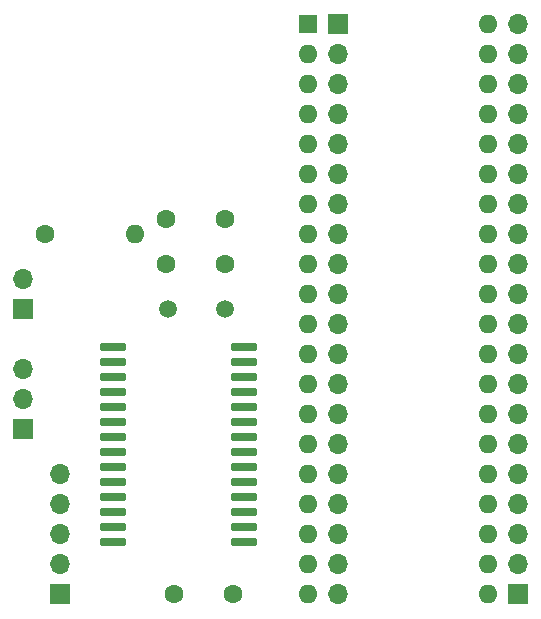
<source format=gbs>
%TF.GenerationSoftware,KiCad,Pcbnew,8.0.3+1*%
%TF.CreationDate,2024-07-30T19:41:34+02:00*%
%TF.ProjectId,QL_diren_keyboard_adapter,514c5f64-6972-4656-9e5f-6b6579626f61,rev?*%
%TF.SameCoordinates,Original*%
%TF.FileFunction,Soldermask,Bot*%
%TF.FilePolarity,Negative*%
%FSLAX46Y46*%
G04 Gerber Fmt 4.6, Leading zero omitted, Abs format (unit mm)*
G04 Created by KiCad (PCBNEW 8.0.3+1) date 2024-07-30 19:41:34*
%MOMM*%
%LPD*%
G01*
G04 APERTURE LIST*
G04 Aperture macros list*
%AMRoundRect*
0 Rectangle with rounded corners*
0 $1 Rounding radius*
0 $2 $3 $4 $5 $6 $7 $8 $9 X,Y pos of 4 corners*
0 Add a 4 corners polygon primitive as box body*
4,1,4,$2,$3,$4,$5,$6,$7,$8,$9,$2,$3,0*
0 Add four circle primitives for the rounded corners*
1,1,$1+$1,$2,$3*
1,1,$1+$1,$4,$5*
1,1,$1+$1,$6,$7*
1,1,$1+$1,$8,$9*
0 Add four rect primitives between the rounded corners*
20,1,$1+$1,$2,$3,$4,$5,0*
20,1,$1+$1,$4,$5,$6,$7,0*
20,1,$1+$1,$6,$7,$8,$9,0*
20,1,$1+$1,$8,$9,$2,$3,0*%
G04 Aperture macros list end*
%ADD10R,1.600000X1.600000*%
%ADD11O,1.600000X1.600000*%
%ADD12R,1.700000X1.700000*%
%ADD13O,1.700000X1.700000*%
%ADD14C,1.600000*%
%ADD15C,1.500000*%
%ADD16RoundRect,0.150000X-0.987500X-0.150000X0.987500X-0.150000X0.987500X0.150000X-0.987500X0.150000X0*%
G04 APERTURE END LIST*
D10*
%TO.C,U1*%
X101600000Y-63500000D03*
D11*
X101600000Y-66040000D03*
X101600000Y-68580000D03*
X101600000Y-71120000D03*
X101600000Y-73660000D03*
X101600000Y-76200000D03*
X101600000Y-78740000D03*
X101600000Y-81280000D03*
X101600000Y-83820000D03*
X101600000Y-86360000D03*
X101600000Y-88900000D03*
X101600000Y-91440000D03*
X101600000Y-93980000D03*
X101600000Y-96520000D03*
X101600000Y-99060000D03*
X101600000Y-101600000D03*
X101600000Y-104140000D03*
X101600000Y-106680000D03*
X101600000Y-109220000D03*
X101600000Y-111760000D03*
X116840000Y-111760000D03*
X116840000Y-109220000D03*
X116840000Y-106680000D03*
X116840000Y-104140000D03*
X116840000Y-101600000D03*
X116840000Y-99060000D03*
X116840000Y-96520000D03*
X116840000Y-93980000D03*
X116840000Y-91440000D03*
X116840000Y-88900000D03*
X116840000Y-86360000D03*
X116840000Y-83820000D03*
X116840000Y-81280000D03*
X116840000Y-78740000D03*
X116840000Y-76200000D03*
X116840000Y-73660000D03*
X116840000Y-71120000D03*
X116840000Y-68580000D03*
X116840000Y-66040000D03*
X116840000Y-63500000D03*
%TD*%
D12*
%TO.C,J5*%
X77470000Y-97790000D03*
D13*
X77470000Y-95250000D03*
X77470000Y-92710000D03*
%TD*%
D14*
%TO.C,C2*%
X94615000Y-80010000D03*
X89615000Y-80010000D03*
%TD*%
%TO.C,C1*%
X94615000Y-83820000D03*
X89615000Y-83820000D03*
%TD*%
%TO.C,C3*%
X90250000Y-111760000D03*
X95250000Y-111760000D03*
%TD*%
D15*
%TO.C,Y1*%
X89715000Y-87600000D03*
X94615000Y-87600000D03*
%TD*%
D12*
%TO.C,J4*%
X77470000Y-87630000D03*
D13*
X77470000Y-85090000D03*
%TD*%
D11*
%TO.C,R1*%
X86995000Y-81280000D03*
D14*
X79375000Y-81280000D03*
%TD*%
D12*
%TO.C,J3*%
X80645000Y-111760000D03*
D13*
X80645000Y-109220000D03*
X80645000Y-106680000D03*
X80645000Y-104140000D03*
X80645000Y-101600000D03*
%TD*%
D12*
%TO.C,J2*%
X119380000Y-111760000D03*
D13*
X119380000Y-109220000D03*
X119380000Y-106680000D03*
X119380000Y-104140000D03*
X119380000Y-101600000D03*
X119380000Y-99060000D03*
X119380000Y-96520000D03*
X119380000Y-93980000D03*
X119380000Y-91440000D03*
X119380000Y-88900000D03*
X119380000Y-86360000D03*
X119380000Y-83820000D03*
X119380000Y-81280000D03*
X119380000Y-78740000D03*
X119380000Y-76200000D03*
X119380000Y-73660000D03*
X119380000Y-71120000D03*
X119380000Y-68580000D03*
X119380000Y-66040000D03*
X119380000Y-63500000D03*
%TD*%
D16*
%TO.C,U2*%
X85090000Y-107315000D03*
X85090000Y-106045000D03*
X85090000Y-104775000D03*
X85090000Y-103505000D03*
X85090000Y-102235000D03*
X85090000Y-100965000D03*
X85090000Y-99695000D03*
X85090000Y-98425000D03*
X85090000Y-97155000D03*
X85090000Y-95885000D03*
X85090000Y-94615000D03*
X85090000Y-93345000D03*
X85090000Y-92075000D03*
X85090000Y-90805000D03*
X96215000Y-90805000D03*
X96215000Y-92075000D03*
X96215000Y-93345000D03*
X96215000Y-94615000D03*
X96215000Y-95885000D03*
X96215000Y-97155000D03*
X96215000Y-98425000D03*
X96215000Y-99695000D03*
X96215000Y-100965000D03*
X96215000Y-102235000D03*
X96215000Y-103505000D03*
X96215000Y-104775000D03*
X96215000Y-106045000D03*
X96215000Y-107315000D03*
%TD*%
D12*
%TO.C,J1*%
X104140000Y-63500000D03*
D13*
X104140000Y-66040000D03*
X104140000Y-68580000D03*
X104140000Y-71120000D03*
X104140000Y-73660000D03*
X104140000Y-76200000D03*
X104140000Y-78740000D03*
X104140000Y-81280000D03*
X104140000Y-83820000D03*
X104140000Y-86360000D03*
X104140000Y-88900000D03*
X104140000Y-91440000D03*
X104140000Y-93980000D03*
X104140000Y-96520000D03*
X104140000Y-99060000D03*
X104140000Y-101600000D03*
X104140000Y-104140000D03*
X104140000Y-106680000D03*
X104140000Y-109220000D03*
X104140000Y-111760000D03*
%TD*%
M02*

</source>
